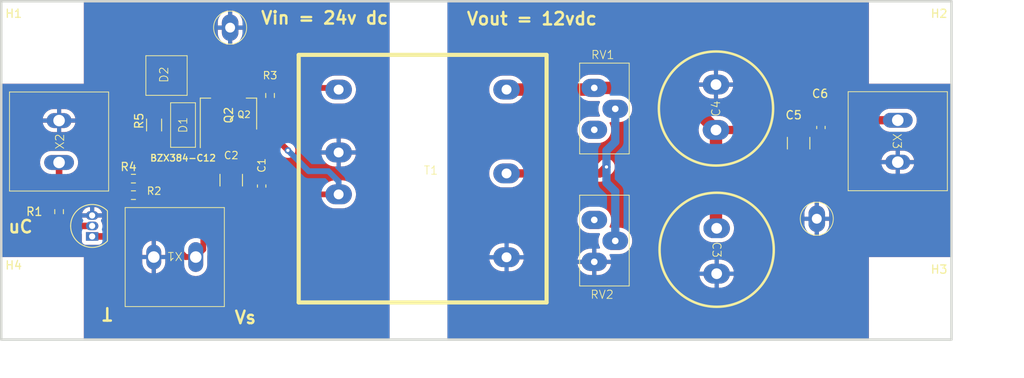
<source format=kicad_pcb>
(kicad_pcb (version 20221018) (generator pcbnew)
  (layers (0 "F.Cu" signal) (31 "B.Cu" signal) (34 "B.Paste" user) (35 "F.Paste" user) (36 "B.SilkS" user "B.Silkscreen") (37 "F.SilkS" user "F.Silkscreen") (38 "B.Mask" user) (39 "F.Mask" user) (44 "Edge.Cuts" user))
  (net 0 "")
  (net 1 "/24v dc in")
  (net 2 "GND")
  (net 3 "/12v dc out")
  (net 4 "/GND2")
  (net 5 "Net-(D1-K)")
  (net 6 "Net-(D2-K)")
  (net 7 "Net-(Q1-C)")
  (net 8 "Net-(Q1-B)")
  (net 9 "Net-(X2-MC+)")
  (net 10 "Net-(THN10-2412WE1-Trim)")
  (footprint "Capacitor_SMD:C_1210_3225Metric_Pad1.33x2.70mm_HandSolder" (layer "F.Cu") (at 156.5 72.2 -90)
    (fp_text reference "C5" (at -3.4 0.6) (layer "F.SilkS"))
    (fp_text value "10uF")
    (fp_line (start -0.711252 -1.36) (end 0.711252 -1.36) (stroke (width 0.12)) (layer "F.SilkS"))
    (fp_line (start -0.711252 1.36) (end 0.711252 1.36) (stroke (width 0.12)) (layer "F.SilkS"))
    (pad "1" smd roundrect (at -1.5625 0 270) (size 1.325 2.7) (layers "F.Cu" "F.Paste" "F.Mask") (roundrect_rratio 0.188679) (net 3 "/12v dc out"))
    (pad "2" smd roundrect (at 1.5625 0 270) (size 1.325 2.7) (layers "F.Cu" "F.Paste" "F.Mask") (roundrect_rratio 0.188679) (net 4 "/GND2"))
  )
  (footprint "Package_TO_SOT_SMD:SOT-223-3_TabPin2" (layer "F.Cu") (at 87.5 68.65 90)
    (fp_text reference "Q2" (at -0.1586 0.0284 90) (layer "F.SilkS"))
    (fp_text value "NDT3055L")
    (fp_text user "${REFERENCE}" (at -0.0824 1.8826) (layer "F.SilkS") (effects (font (size 0.8 0.8) (thickness 0.12))))
    (fp_line (start -4.1 -3.41) (end 1.91 -3.41) (stroke (width 0.12)) (layer "F.SilkS"))
    (fp_line (start -1.85 3.41) (end 1.91 3.41) (stroke (width 0.12)) (layer "F.SilkS"))
    (fp_line (start 1.91 -3.41) (end 1.91 -2.15) (stroke (width 0.12)) (layer "F.SilkS"))
    (fp_line (start 1.91 3.41) (end 1.91 2.15) (stroke (width 0.12)) (layer "F.SilkS"))
    (pad "1" smd rect (at -3.15 -2.3 90) (size 2 1.5) (layers "F.Cu" "F.Paste" "F.Mask") (net 5 "Net-(D1-K)"))
    (pad "2" smd rect (at -3.15 0 90) (size 2 1.5) (layers "F.Cu" "F.Paste" "F.Mask") (net 6 "Net-(D2-K)"))
    (pad "2" smd rect (at 3.15 0 90) (size 2 3.8) (layers "F.Cu" "F.Paste" "F.Mask") (net 6 "Net-(D2-K)"))
    (pad "3" smd rect (at -3.15 2.3 90) (size 2 1.5) (layers "F.Cu" "F.Paste" "F.Mask") (net 2 "GND"))
  )
  (footprint "MountingHole:MountingHole_3.5mm" (layer "F.Cu") (at 170 60)
    (fp_text reference "H2" (at 3.5 -3.5) (layer "F.SilkS"))
    (fp_text value "MountingHole_3.5mm" hide)
    (pad "" np_thru_hole circle (at 0 0) (size 3.5 3.5) (drill 3.5) (layers "*.Cu" "*.Mask"))
  )
  (footprint "64Y-20k:64Y-20k_potentiometer" (layer "F.Cu") (at 133 81.5)
    (fp_text reference "RV2" (at -0.285 9.051 unlocked) (layer "F.SilkS") (effects (font (thickness 0.1))))
    (fp_text value "64Y-20k")
    (fp_line (start -3 -3) (end 3 -3) (stroke (width 0.1)) (layer "F.SilkS"))
    (fp_line (start -3 8) (end -3 -3) (stroke (width 0.1)) (layer "F.SilkS"))
    (fp_line (start 3 -3) (end 3 8) (stroke (width 0.1)) (layer "F.SilkS"))
    (fp_line (start 3 8) (end -3 8) (stroke (width 0.1)) (layer "F.SilkS"))
    (pad "1" thru_hole oval (at -1.23 0 270) (size 2.2 3.1) (drill 0.8) (layers "*.Cu" "*.Mask"))
    (pad "2" thru_hole oval (at 1.31 2.54 270) (size 2.2 3.1) (drill 0.8) (layers "*.Cu" "*.Mask") (net 10 "Net-(THN10-2412WE1-Trim)"))
    (pad "3" thru_hole oval (at -1.23 5.08 270) (size 2.2 3.1) (drill 0.8) (layers "*.Cu" "*.Mask") (net 4 "/GND2"))
  )
  (footprint "220uf_capacitor:220uF" (layer "F.Cu") (at 146.5 68 90)
    (fp_text reference "C4" (at 0 0 90 unlocked) (layer "F.SilkS") (effects (font (thickness 0.1))))
    (fp_text value "220uF")
    (fp_circle (center 0 0) (end 6.911584 0) (stroke (width 0.3)) (fill none) (layer "F.SilkS"))
    (pad "1" thru_hole oval (at -2.6 0 90) (size 2.4 3.2) (drill 1.3) (layers "*.Cu" "*.Mask") (net 3 "/12v dc out"))
    (pad "2" thru_hole oval (at 2.9 0 90) (size 2.4 3.2) (drill 1.3) (layers "*.Cu" "*.Mask") (net 4 "/GND2"))
  )
  (footprint "soldernail-RTML:Soldernail" (layer "F.Cu") (at 87.7 58.2)
    (fp_text reference "U2" hide)
    (fp_text value "~" hide)
    (fp_circle (center 0 0) (end 2 0) (stroke (width 0.1)) (fill none) (layer "F.SilkS"))
    (pad "1" thru_hole oval (at 0 0) (size 2 3.2) (drill 1.2) (layers "*.Cu" "*.Mask") (net 2 "GND"))
  )
  (footprint "Zenerdiode_D1:BZX384_C12" (layer "F.Cu") (at 82 70 90)
    (fp_text reference "D1" (at 0 0 90 unlocked) (layer "F.SilkS") (effects (font (thickness 0.1))))
    (fp_text value "BZX384-C12" (at -4 0 unlocked) (layer "F.SilkS") (effects (font (size 0.8 0.8))))
    (fp_line (start -2.7 -1.5) (end 2.7 -1.5) (stroke (width 0.1)) (layer "F.SilkS"))
    (fp_line (start -2.7 1.5) (end -2.7 -1.5) (stroke (width 0.1)) (layer "F.SilkS"))
    (fp_line (start 2.7 -1.5) (end 2.7 1.5) (stroke (width 0.1)) (layer "F.SilkS"))
    (fp_line (start 2.7 1.5) (end -2.7 1.5) (stroke (width 0.1)) (layer "F.SilkS"))
    (pad "1" smd roundrect (at -1.45 0 90) (size 1.5 1.2) (layers "F.Cu" "F.Paste" "F.Mask") (net 5 "Net-(D1-K)"))
    (pad "2" smd roundrect (at 1.45 0 90) (size 1.5 1.2) (layers "F.Cu" "F.Paste" "F.Mask") (net 2 "GND"))
  )
  (footprint "soldernail-RTML:Soldernail" (layer "F.Cu") (at 158.6992 81.3562)
    (fp_text reference "U1" hide)
    (fp_text value "~" hide)
    (fp_circle (center 0 0) (end 2 0) (stroke (width 0.1)) (fill none) (layer "F.SilkS"))
    (pad "1" thru_hole oval (at 0 0) (size 2 3.2) (drill 1.2) (layers "*.Cu" "*.Mask") (net 4 "/GND2"))
  )
  (footprint "AKL073_2:2pin_screwterminal" (layer "F.Cu") (at 81 86 180)
    (fp_text reference "X1" (at 0 0.1 180 unlocked) (layer "F.SilkS") (effects (font (thickness 0.1))))
    (fp_text value "AKL073_1")
    (fp_line (start -6 -6) (end 6 -6) (stroke (width 0.1)) (layer "F.SilkS"))
    (fp_line (start -6 6) (end -6 -6) (stroke (width 0.1)) (layer "F.SilkS"))
    (fp_line (start 6 -6) (end 6 6) (stroke (width 0.1)) (layer "F.SilkS"))
    (fp_line (start 6 6) (end -6 6) (stroke (width 0.1)) (layer "F.SilkS"))
    (pad "1" thru_hole oval (at -2.54 0 180) (size 1.8 3.6) (drill 1.4) (layers "*.Cu" "*.Mask") (net 1 "/24v dc in"))
    (pad "2" thru_hole oval (at 2.54 0 180) (size 1.8 3) (drill 1.4) (layers "*.Cu" "*.Mask") (net 2 "GND"))
  )
  (footprint "64Y-100k:Trim_potentiometer" (layer "F.Cu") (at 133 65.5)
    (fp_text reference "RV1" (at -0.2 -4 unlocked) (layer "F.SilkS") (effects (font (thickness 0.1))))
    (fp_text value "64Y-100k")
    (fp_line (start -3 -3) (end 3 -3) (stroke (width 0.1)) (layer "F.SilkS"))
    (fp_line (start -3 8) (end -3 -3) (stroke (width 0.1)) (layer "F.SilkS"))
    (fp_line (start 3 -3) (end 3 8) (stroke (width 0.1)) (layer "F.SilkS"))
    (fp_line (start 3 8) (end -3 8) (stroke (width 0.1)) (layer "F.SilkS"))
    (pad "1" thru_hole oval (at -1.23 0 270) (size 2.2 3.1) (drill 0.8) (layers "*.Cu" "*.Mask") (net 3 "/12v dc out"))
    (pad "2" thru_hole oval (at 1.31 2.54 270) (size 2.2 3.1) (drill 0.8) (layers "*.Cu" "*.Mask") (net 10 "Net-(THN10-2412WE1-Trim)"))
    (pad "3" thru_hole oval (at -1.23 5.08 270) (size 2.2 3.1) (drill 0.8) (layers "*.Cu" "*.Mask"))
  )
  (footprint "Resistor_SMD:R_1206_3216Metric_Pad1.30x1.75mm_HandSolder" (layer "F.Cu") (at 78.5 70 90)
    (fp_text reference "R5" (at 0.5 -1.82 90) (layer "F.SilkS"))
    (fp_text value "100k")
    (fp_line (start -0.727064 -0.91) (end 0.727064 -0.91) (stroke (width 0.12)) (layer "F.SilkS"))
    (fp_line (start -0.727064 0.91) (end 0.727064 0.91) (stroke (width 0.12)) (layer "F.SilkS"))
    (pad "1" smd roundrect (at -1.55 0 90) (size 1.3 1.75) (layers "F.Cu" "F.Paste" "F.Mask") (roundrect_rratio 0.192308) (net 5 "Net-(D1-K)"))
    (pad "2" smd roundrect (at 1.55 0 90) (size 1.3 1.75) (layers "F.Cu" "F.Paste" "F.Mask") (roundrect_rratio 0.192308) (net 2 "GND"))
  )
  (footprint "AKL073_2:2pin_screwterminal" (layer "F.Cu") (at 67 72 90)
    (fp_text reference "X2" (at 0 0.1 90 unlocked) (layer "F.SilkS") (effects (font (thickness 0.1))))
    (fp_text value "AKL073_2")
    (fp_line (start -6 -6) (end 6 -6) (stroke (width 0.1)) (layer "F.SilkS"))
    (fp_line (start -6 6) (end -6 -6) (stroke (width 0.1)) (layer "F.SilkS"))
    (fp_line (start 6 -6) (end 6 6) (stroke (width 0.1)) (layer "F.SilkS"))
    (fp_line (start 6 6) (end -6 6) (stroke (width 0.1)) (layer "F.SilkS"))
    (pad "1" thru_hole oval (at -2.54 0 90) (size 1.8 3.6) (drill 1.4) (layers "*.Cu" "*.Mask") (net 9 "Net-(X2-MC+)"))
    (pad "2" thru_hole oval (at 2.54 0 90) (size 1.8 3) (drill 1.4) (layers "*.Cu" "*.Mask") (net 2 "GND"))
  )
  (footprint "THN-2412WE:Traco_THN-2412WE" (layer "F.Cu") (at 113 85.5)
    (fp_text reference "T1" (at -1 -10 unlocked) (layer "F.SilkS") (effects (font (thickness 0.1))))
    (fp_text value "THN10-2412WE1" hide)
    (fp_line (start -17 -24) (end 13 -24) (stroke (width 0.5)) (layer "F.SilkS"))
    (fp_line (start -17 6) (end -17 -24) (stroke (width 0.5)) (layer "F.SilkS"))
    (fp_line (start 13 -24) (end 13 6) (stroke (width 0.5)) (layer "F.SilkS"))
    (fp_line (start 13 6) (end -17 6) (stroke (width 0.5)) (layer "F.SilkS"))
    (pad "1" thru_hole oval (at -12.1666 -7.0934 90) (size 2.4 3.2) (drill 1.2) (layers "*.Cu" "*.Mask") (net 1 "/24v dc in"))
    (pad "2" thru_hole oval (at -12.1666 -12.1734 90) (size 2.4 3.2) (drill 1.2) (layers "*.Cu" "*.Mask") (net 2 "GND"))
    (pad "3" thru_hole oval (at -12.1666 -19.7934 90) (size 2.4 3.2) (drill 1.2) (layers "*.Cu" "*.Mask") (net 6 "Net-(D2-K)"))
    (pad "4" thru_hole oval (at 8.1534 -19.7934 90) (size 2.4 3.2) (drill 1.2) (layers "*.Cu" "*.Mask") (net 3 "/12v dc out"))
    (pad "5" thru_hole oval (at 8.1534 -9.6334 90) (size 2.4 3.2) (drill 1.2) (layers "*.Cu" "*.Mask") (net 10 "Net-(THN10-2412WE1-Trim)"))
    (pad "6" thru_hole oval (at 8.1534 0.5266 90) (size 2.4 3.2) (drill 1.2) (layers "*.Cu" "*.Mask") (net 4 "/GND2"))
  )
  (footprint "Package_TO_SOT_THT:TO-92_Inline" (layer "F.Cu") (at 71 83.5 90)
    (fp_text reference "Q1" hide)
    (fp_text value "BC547")
    (fp_line (start -0.53 1.85) (end 3.07 1.85) (stroke (width 0.12)) (layer "F.SilkS"))
    (fp_arc (start -0.568478 1.838478) (mid -1.132087 -0.994977) (end 1.27 -2.6) (stroke (width 0.12)) (layer "F.SilkS"))
    (fp_arc (start 1.27 -2.6) (mid 3.672087 -0.994977) (end 3.108478 1.838478) (stroke (width 0.12)) (layer "F.SilkS"))
    (pad "1" thru_hole rect (at 0 0 90) (size 1.05 1.5) (drill 0.75) (layers "*.Cu" "*.Mask") (net 7 "Net-(Q1-C)"))
    (pad "2" thru_hole oval (at 1.27 0 90) (size 1.05 1.5) (drill 0.75) (layers "*.Cu" "*.Mask") (net 8 "Net-(Q1-B)"))
    (pad "3" thru_hole oval (at 2.54 0 90) (size 1.05 1.5) (drill 0.75) (layers "*.Cu" "*.Mask") (net 2 "GND"))
  )
  (footprint "Zenerdiode_D2:BZX84C6V8" (layer "F.Cu") (at 80 64 90)
    (fp_text reference "D2" (at 0.1 -0.3 90 unlocked) (layer "F.SilkS") (effects (font (thickness 0.1))))
    (fp_text value "BZX84C6V8LY")
    (fp_line (start -2.4 -2.5) (end 2.4 -2.5) (stroke (width 0.1)) (layer "F.SilkS"))
    (fp_line (start -2.4 2.5) (end -2.4 -2.5) (stroke (width 0.1)) (layer "F.SilkS"))
    (fp_line (start 2.4 -2.5) (end 2.4 2.5) (stroke (width 0.1)) (layer "F.SilkS"))
    (fp_line (start 2.4 2.5) (end -2.4 2.5) (stroke (width 0.1)) (layer "F.SilkS"))
    (pad "1" smd roundrect (at 0 1 90) (size 2.8 1.4) (layers "F.Cu" "F.Paste" "F.Mask") (net 6 "Net-(D2-K)"))
    (pad "2" smd roundrect (at -1.1 -1 90) (size 1.2 1.4) (layers "F.Cu" "F.Paste" "F.Mask") (net 2 "GND"))
    (pad "3" smd roundrect (at 1.1 -1 90) (size 1.2 1.4) (layers "F.Cu" "F.Paste" "F.Mask"))
  )
  (footprint "Resistor_SMD:R_0603_1608Metric_Pad0.98x0.95mm_HandSolder" (layer "F.Cu") (at 92.5322 66.421 90)
    (fp_text reference "R3" (at 2.421 0 180) (layer "F.SilkS") (effects (font (size 0.9 0.9) (thickness 0.125))))
    (fp_text value "5.1k")
    (fp_line (start -0.254724 -0.5225) (end 0.254724 -0.5225) (stroke (width 0.12)) (layer "F.SilkS"))
    (fp_line (start -0.254724 0.5225) (end 0.254724 0.5225) (stroke (width 0.12)) (layer "F.SilkS"))
    (pad "1" smd roundrect (at -0.9125 0 90) (size 0.975 0.95) (layers "F.Cu" "F.Paste" "F.Mask") (net 1 "/24v dc in"))
    (pad "2" smd roundrect (at 0.9125 0 90) (size 0.975 0.95) (layers "F.Cu" "F.Paste" "F.Mask") (net 6 "Net-(D2-K)"))
  )
  (footprint "MountingHole:MountingHole_3.5mm" (layer "F.Cu") (at 170 91)
    (fp_text reference "H3" (at 3.5 -3.5) (layer "F.SilkS"))
    (fp_text value "MountingHole_3.5mm" hide)
    (pad "" np_thru_hole circle (at 0 0) (size 3.5 3.5) (drill 3.5) (layers "*.Cu" "*.Mask"))
  )
  (footprint "Resistor_SMD:R_0603_1608Metric_Pad0.98x0.95mm_HandSolder" (layer "F.Cu") (at 76 78.5 180)
    (fp_text reference "R2" (at -2.5 0.5) (layer "F.SilkS") (effects (font (size 0.9 0.9) (thickness 0.125))))
    (fp_text value "22k")
    (fp_line (start -0.254724 -0.5225) (end 0.254724 -0.5225) (stroke (width 0.12)) (layer "F.SilkS"))
    (fp_line (start -0.254724 0.5225) (end 0.254724 0.5225) (stroke (width 0.12)) (layer "F.SilkS"))
    (pad "1" smd roundrect (at -0.9125 0 180) (size 0.975 0.95) (layers "F.Cu" "F.Paste" "F.Mask") (net 1 "/24v dc in"))
    (pad "2" smd roundrect (at 0.9125 0 180) (size 0.975 0.95) (layers "F.Cu" "F.Paste" "F.Mask") (net 7 "Net-(Q1-C)"))
  )
  (footprint "Resistor_SMD:R_0603_1608Metric_Pad0.98x0.95mm_HandSolder" (layer "F.Cu") (at 67 80.5 -90)
    (fp_text reference "R1" (at 0 3 -180) (layer "F.SilkS"))
    (fp_text value "5.1k")
    (fp_line (start -0.254724 -0.5225) (end 0.254724 -0.5225) (stroke (width 0.12)) (layer "F.SilkS"))
    (fp_line (start -0.254724 0.5225) (end 0.254724 0.5225) (stroke (width 0.12)) (layer "F.SilkS"))
    (pad "1" smd roundrect (at -0.9125 0 270) (size 0.975 0.95) (layers "F.Cu" "F.Paste" "F.Mask") (net 9 "Net-(X2-MC+)"))
    (pad "2" smd roundrect (at 0.9125 0 270) (size 0.975 0.95) (layers "F.Cu" "F.Paste" "F.Mask") (net 8 "Net-(Q1-B)"))
  )
  (footprint "Capacitor_SMD:C_0603_1608Metric_Pad1.08x0.95mm_HandSolder" (layer "F.Cu") (at 91.5162 77.3949 90)
    (fp_text reference "C1" (at 2.5 0 90) (layer "F.SilkS") (effects (font (size 0.9 0.9) (thickness 0.125))))
    (fp_text value "100nF")
    (fp_line (start -0.146267 -0.51) (end 0.146267 -0.51) (stroke (width 0.12)) (layer "F.SilkS"))
    (fp_line (start -0.146267 0.51) (end 0.146267 0.51) (stroke (width 0.12)) (layer "F.SilkS"))
    (pad "1" smd roundrect (at -0.8625 0 90) (size 1.075 0.95) (layers "F.Cu" "F.Paste" "F.Mask") (net 1 "/24v dc in"))
    (pad "2" smd roundrect (at 0.8625 0 90) (size 1.075 0.95) (layers "F.Cu" "F.Paste" "F.Mask") (net 2 "GND"))
  )
  (footprint "Capacitor_SMD:C_1210_3225Metric_Pad1.33x2.70mm_HandSolder" (layer "F.Cu") (at 87.8332 76.6826 90)
    (fp_text reference "C2" (at 3 0 180) (layer "F.SilkS") (effects (font (size 0.9 0.9) (thickness 0.125))))
    (fp_text value "10uF")
    (fp_line (start -0.711252 -1.36) (end 0.711252 -1.36) (stroke (width 0.12)) (layer "F.SilkS"))
    (fp_line (start -0.711252 1.36) (end 0.711252 1.36) (stroke (width 0.12)) (layer "F.SilkS"))
    (pad "1" smd roundrect (at -1.5625 0 90) (size 1.325 2.7) (layers "F.Cu" "F.Paste" "F.Mask") (roundrect_rratio 0.188679) (net 1 "/24v dc in"))
    (pad "2" smd roundrect (at 1.5625 0 90) (size 1.325 2.7) (layers "F.Cu" "F.Paste" "F.Mask") (roundrect_rratio 0.188679) (net 2 "GND"))
  )
  (footprint "AKL073_2:2pin_screwterminal" (layer "F.Cu") (at 168.5 71.96 -90)
    (fp_text reference "X3" (at 0 0.1 -90 unlocked) (layer "F.SilkS") (effects (font (thickness 0.1))))
    (fp_text value "AKL073_2")
    (fp_line (start -6 -6) (end 6 -6) (stroke (width 0.1)) (layer "F.SilkS"))
    (fp_line (start -6 6) (end -6 -6) (stroke (width 0.1)) (layer "F.SilkS"))
    (fp_line (start 6 -6) (end 6 6) (stroke (width 0.1)) (layer "F.SilkS"))
    (fp_line (start 6 6) (end -6 6) (stroke (width 0.1)) (layer "F.SilkS"))
    (pad "1" thru_hole oval (at -2.54 0 270) (size 1.8 3.6) (drill 1.4) (layers "*.Cu" "*.Mask") (net 3 "/12v dc out"))
    (pad "2" thru_hole oval (at 2.54 0 270) (size 1.8 3) (drill 1.4) (layers "*.Cu" "*.Mask") (net 4 "/GND2"))
  )
  (footprint "Resistor_SMD:R_0603_1608Metric_Pad0.98x0.95mm_HandSolder" (layer "F.Cu") (at 75.9968 76.5)
    (fp_text reference "R4" (at -0.5875 -1.43) (layer "F.SilkS"))
    (fp_text value "1k")
    (fp_line (start -0.254724 -0.5225) (end 0.254724 -0.5225) (stroke (width 0.12)) (layer "F.SilkS"))
    (fp_line (start -0.254724 0.5225) (end 0.254724 0.5225) (stroke (width 0.12)) (layer "F.SilkS"))
    (pad "1" smd roundrect (at -0.9125 0) (size 0.975 0.95) (layers "F.Cu" "F.Paste" "F.Mask") (net 7 "Net-(Q1-C)"))
    (pad "2" smd roundrect (at 0.9125 0) (size 0.975 0.95) (layers "F.Cu" "F.Paste" "F.Mask") (net 5 "Net-(D1-K)"))
  )
  (footprint "Capacitor_SMD:C_0603_1608Metric_Pad1.08x0.95mm_HandSolder" (layer "F.Cu") (at 159.2 70.3 -90)
    (fp_text reference "C6" (at -4.1 0.1 -180) (layer "F.SilkS"))
    (fp_text value "100uF")
    (fp_line (start -0.146267 -0.51) (end 0.146267 -0.51) (stroke (width 0.12)) (layer "F.SilkS"))
    (fp_line (start -0.146267 0.51) (end 0.146267 0.51) (stroke (width 0.12)) (layer "F.SilkS"))
    (pad "1" smd roundrect (at -0.8625 0 270) (size 1.075 0.95) (layers "F.Cu" "F.Paste" "F.Mask") (net 3 "/12v dc out"))
    (pad "2" smd roundrect (at 0.8625 0 270) (size 1.075 0.95) (layers "F.Cu" "F.Paste" "F.Mask") (net 4 "/GND2"))
  )
  (footprint "220uf_capacitor:220uF" (layer "F.Cu") (at 146.5834 85.1154 -90)
    (fp_text reference "C3" (at 0 0 -90 unlocked) (layer "F.SilkS") (effects (font (thickness 0.1))))
    (fp_text value "220uF")
    (fp_circle (center 0 0) (end 6.911584 0) (stroke (width 0.3)) (fill none) (layer "F.SilkS"))
    (pad "1" thru_hole oval (at -2.6 0 270) (size 2.4 3.2) (drill 1.3) (layers "*.Cu" "*.Mask") (net 3 "/12v dc out"))
    (pad "2" thru_hole oval (at 2.9 0 270) (size 2.4 3.2) (drill 1.3) (layers "*.Cu" "*.Mask") (net 4 "/GND2"))
  )
  (footprint "MountingHole:MountingHole_3.5mm" (layer "F.Cu") (at 65 91)
    (fp_text reference "H4" (at -3.5 -4) (layer "F.SilkS"))
    (fp_text value "MountingHole_3.5mm" hide)
    (pad "" np_thru_hole circle (at 0 0) (size 3.5 3.5) (drill 3.5) (layers "*.Cu" "*.Mask"))
  )
  (footprint "MountingHole:MountingHole_3.5mm" (layer "F.Cu") (at 65 60)
    (fp_text reference "H1" (at -3.5 -3.5) (layer "F.SilkS"))
    (fp_text value "MountingHole_3.5mm" hide)
    (pad "" np_thru_hole circle (at 0 0) (size 3.5 3.5) (drill 3.5) (layers "*.Cu" "*.Mask"))
  )
  (gr_rect (start 60 55) (end 175 96) (stroke (width 0.3)) (fill none) (layer "Edge.Cuts"))
  (gr_text "Vin = 24v dc" (at 91.3 57.9) (layer "F.SilkS") (effects (font (size 1.5 1.5) (thickness 0.3) bold) (justify left bottom)))
  (gr_text "Vs" (at 88.1 94.2) (layer "F.SilkS") (effects (font (size 1.5 1.5) (thickness 0.3) bold) (justify left bottom)))
  (gr_text "uC" (at 60.7 83.2) (layer "F.SilkS") (effects (font (size 1.5 1.5) (thickness 0.3) bold) (justify left bottom)))
  (gr_text "T" (at 73.6 92 180) (layer "F.SilkS") (effects (font (size 1.5 1.5) (thickness 0.3) bold) (justify left bottom)))
  (gr_text "Vout = 12vdc" (at 116.2 58) (layer "F.SilkS") (effects (font (size 1.5 1.5) (thickness 0.3) bold) (justify left bottom)))
  (segment (start 87.8332 78.2451) (end 91.5039 78.2451) (width 0.7) (layer "F.Cu") (net 1))
  (segment (start 92.5322 70.9168) (end 94.6912 73.0758) (width 0.7) (layer "F.Cu") (net 1))
  (segment (start 91.5039 78.2451) (end 91.5162 78.2574) (width 0.7) (layer "F.Cu") (net 1))
  (segment (start 91.6654 78.4066) (end 100.8334 78.4066) (width 0.7) (layer "F.Cu") (net 1))
  (segment (start 92.5322 67.3335) (end 92.5322 70.9168) (width 0.7) (layer "F.Cu") (net 1))
  (segment (start 84.455 85.085) (end 84.455 78.8162) (width 0.7) (layer "F.Cu") (net 1))
  (segment (start 91.5162 78.2574) (end 91.6654 78.4066) (width 0.7) (layer "F.Cu") (net 1))
  (segment (start 85.0261 78.2451) (end 87.8332 78.2451) (width 0.7) (layer "F.Cu") (net 1))
  (segment (start 83.54 86) (end 84.455 85.085) (width 0.7) (layer "F.Cu") (net 1))
  (segment (start 76.9125 80.5955) (end 82.317 86) (width 0.7) (layer "F.Cu") (net 1))
  (segment (start 76.9125 78.5) (end 76.9125 80.5955) (width 0.7) (layer "F.Cu") (net 1))
  (segment (start 84.455 78.8162) (end 85.0261 78.2451) (width 0.7) (layer "F.Cu") (net 1))
  (segment (start 82.317 86) (end 83.54 86) (width 0.7) (layer "F.Cu") (net 1))
  (via (at 94.6912 73.0758) (size 0.8) (drill 0.4) (layers "F.Cu" "B.Cu") (net 1))
  (segment (start 99.5934 75.5904) (end 100.8334 76.8304) (width 0.7) (layer "B.Cu") (net 1))
  (segment (start 100.8334 76.8304) (end 100.8334 78.4066) (width 0.7) (layer "B.Cu") (net 1))
  (segment (start 94.6912 73.0758) (end 97.2058 75.5904) (width 0.7) (layer "B.Cu") (net 1))
  (segment (start 97.2058 75.5904) (end 99.5934 75.5904) (width 0.7) (layer "B.Cu") (net 1))
  (segment (start 157.9365 69.42) (end 168.5 69.42) (width 1) (layer "F.Cu") (net 3))
  (segment (start 141.4 65.5) (end 146.5 70.6) (width 1.5) (layer "F.Cu") (net 3))
  (segment (start 131.5634 65.7066) (end 131.77 65.5) (width 1.5) (layer "F.Cu") (net 3))
  (segment (start 157.8356 69.5209) (end 156.7565 70.6) (width 1) (layer "F.Cu") (net 3))
  (segment (start 146.5 82.432) (end 146.5834 82.5154) (width 1.5) (layer "F.Cu") (net 3))
  (segment (start 156.7565 70.6) (end 146.5 70.6) (width 1) (layer "F.Cu") (net 3))
  (segment (start 146.5 70.6) (end 146.5 82.432) (width 1.5) (layer "F.Cu") (net 3))
  (segment (start 131.77 65.5) (end 141.4 65.5) (width 1.5) (layer "F.Cu") (net 3))
  (segment (start 121.1534 65.7066) (end 131.5634 65.7066) (width 1.5) (layer "F.Cu") (net 3))
  (segment (start 157.8356 69.5209) (end 157.9365 69.42) (width 0.7) (layer "F.Cu") (net 3))
  (segment (start 81.9 71.55) (end 82 71.45) (width 0.8) (layer "F.Cu") (net 5))
  (segment (start 76.9093 73.1407) (end 78.5 71.55) (width 0.8) (layer "F.Cu") (net 5))
  (segment (start 82 71.45) (end 84.85 71.45) (width 0.8) (layer "F.Cu") (net 5))
  (segment (start 78.5 71.55) (end 81.9 71.55) (width 0.8) (layer "F.Cu") (net 5))
  (segment (start 76.9093 76.5) (end 76.9093 73.1407) (width 0.8) (layer "F.Cu") (net 5))
  (segment (start 84.85 71.45) (end 85.2 71.8) (width 0.8) (layer "F.Cu") (net 5))
  (segment (start 87.5 65.5) (end 92.5237 65.5) (width 0.7) (layer "F.Cu") (net 6))
  (segment (start 92.5322 65.5085) (end 92.5341 65.5066) (width 0.7) (layer "F.Cu") (net 6))
  (segment (start 92.5341 65.5066) (end 100.6334 65.5066) (width 0.7) (layer "F.Cu") (net 6))
  (segment (start 100.6334 65.5066) (end 100.8334 65.7066) (width 0.7) (layer "F.Cu") (net 6))
  (segment (start 87.5 71.8) (end 87.5 65.5) (width 1.4) (layer "F.Cu") (net 6))
  (segment (start 81.4 63.6) (end 85.6 63.6) (width 1.4) (layer "F.Cu") (net 6))
  (segment (start 85.6 63.6) (end 87.5 65.5) (width 1.4) (layer "F.Cu") (net 6))
  (segment (start 81 64) (end 81.4 63.6) (width 1.4) (layer "F.Cu") (net 6))
  (segment (start 71 83.5) (end 72.55 83.5) (width 0.8) (layer "F.Cu") (net 7))
  (segment (start 74.4588 78.5) (end 75.0875 78.5) (width 0.8) (layer "F.Cu") (net 7))
  (segment (start 75.0843 76.5) (end 75.0843 78.4968) (width 0.8) (layer "F.Cu") (net 7))
  (segment (start 73.7616 82.2884) (end 73.7616 79.1972) (width 0.8) (layer "F.Cu") (net 7))
  (segment (start 73.7616 79.1972) (end 74.4588 78.5) (width 0.8) (layer "F.Cu") (net 7))
  (segment (start 72.55 83.5) (end 73.7616 82.2884) (width 0.8) (layer "F.Cu") (net 7))
  (segment (start 75.0843 78.4968) (end 75.0875 78.5) (width 0.8) (layer "F.Cu") (net 7))
  (segment (start 67 81.4125) (end 67.8175 82.23) (width 0.8) (layer "F.Cu") (net 8))
  (segment (start 67.8175 82.23) (end 71 82.23) (width 0.8) (layer "F.Cu") (net 8))
  (segment (start 67 74.54) (end 67 79.5875) (width 0.8) (layer "F.Cu") (net 9))
  (segment (start 133.2484 75.0824) (end 132.4642 75.8666) (width 1) (layer "F.Cu") (net 10))
  (segment (start 132.4642 75.8666) (end 121.1534 75.8666) (width 1) (layer "F.Cu") (net 10))
  (via (at 133.2484 75.0824) (size 0.8) (drill 0.4) (layers "F.Cu" "B.Cu") (net 10))
  (segment (start 134.31 68.04) (end 134.31 72.0396) (width 1) (layer "B.Cu") (net 10))
  (segment (start 134.31 78.049) (end 133.2484 76.9874) (width 1) (layer "B.Cu") (net 10))
  (segment (start 134.31 72.0396) (end 133.2484 73.1012) (width 1) (layer "B.Cu") (net 10))
  (segment (start 133.2484 73.1012) (end 133.2484 75.0824) (width 1) (layer "B.Cu") (net 10))
  (segment (start 133.2484 76.9874) (end 133.2484 75.0824) (width 1) (layer "B.Cu") (net 10))
  (segment (start 134.31 84.04) (end 134.31 78.049) (width 1) (layer "B.Cu") (net 10))
  (zone (net 0) (net_name "") (layers "F&B.Cu") (connect_pads (clearance 0)) (min_thickness 0.25)
    (keepout (tracks allowed) (vias allowed) (pads allowed) (copperpour not_allowed) (footprints allowed))
    (fill (thermal_gap 0.5) (thermal_bridge_width 0.5))
    (polygon (pts (xy 165 55) (xy 175 55) (xy 175 65) (xy 165 65)))
  )
  (zone (net 4) (net_name "/GND2") (layers "F&B.Cu") (priority 1) (connect_pads (clearance 0.5)) (min_thickness 0.25) (fill yes (thermal_gap 0.5) (thermal_bridge_width 0.5))
    (polygon (pts (xy 114 55) (xy 114 96) (xy 165 96) (xy 165 86) (xy 175 86) (xy 175 65) (xy 165 65) (xy 165 55)))
  )
  (zone (net 2) (net_name "GND") (layers "F&B.Cu") (connect_pads (clearance 0.5)) (min_thickness 0.25) (fill yes (thermal_gap 0.5) (thermal_bridge_width 0.5))
    (polygon (pts (xy 107 55) (xy 107 96) (xy 70 96) (xy 70 86) (xy 60 86) (xy 60 65) (xy 70 65) (xy 70 55)))
  )
  (zone (net 0) (net_name "") (layers "F&B.Cu") (connect_pads (clearance 0)) (min_thickness 0.25)
    (keepout (tracks allowed) (vias allowed) (pads allowed) (copperpour not_allowed) (footprints allowed))
    (fill (thermal_gap 0.5) (thermal_bridge_width 0.5))
    (polygon (pts (xy 60 55) (xy 70 55) (xy 70 65) (xy 60 65)))
  )
  (zone (net 0) (net_name "") (layers "F&B.Cu") (connect_pads (clearance 0)) (min_thickness 0.25)
    (keepout (tracks allowed) (vias allowed) (pads allowed) (copperpour not_allowed) (footprints allowed))
    (fill (thermal_gap 0.5) (thermal_bridge_width 0.5))
    (polygon (pts (xy 165 86) (xy 175 86) (xy 175 96) (xy 165 96)))
  )
  (zone (net 0) (net_name "") (layers "F&B.Cu") (connect_pads (clearance 0)) (min_thickness 0.25)
    (keepout (tracks allowed) (vias allowed) (pads allowed) (copperpour not_allowed) (footprints allowed))
    (fill (thermal_gap 0.5) (thermal_bridge_width 0.5))
    (polygon (pts (xy 60 86) (xy 70 86) (xy 70 96) (xy 60 96)))
  )
)
</source>
